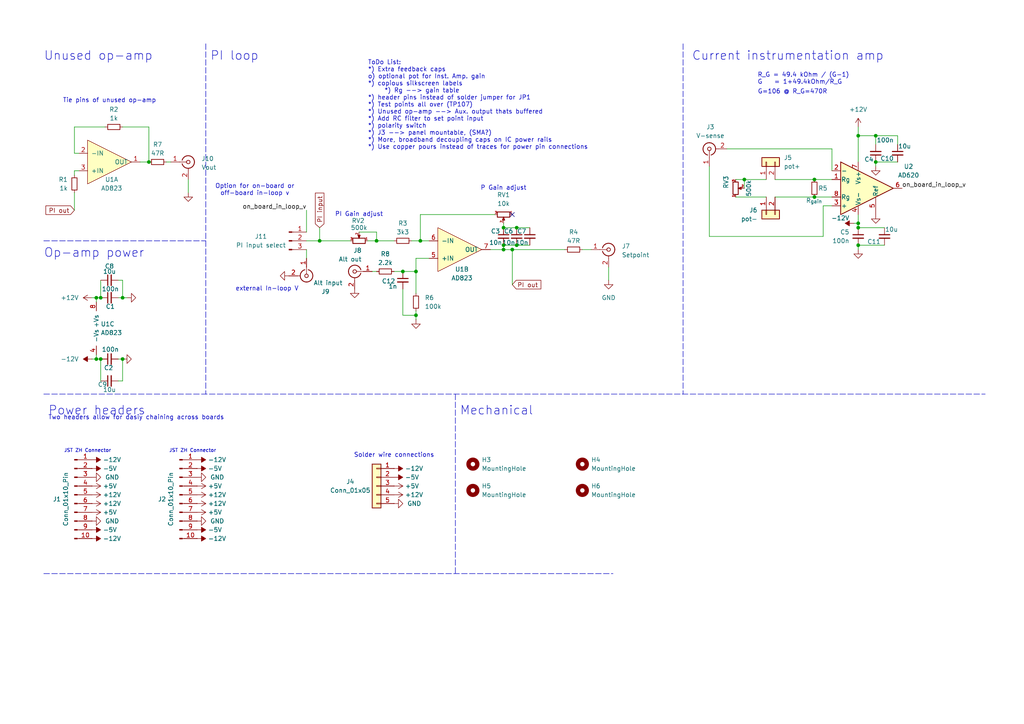
<source format=kicad_sch>
(kicad_sch (version 20231120) (generator "eeschema") (generator_version "8.0")
  (paper "A4")
  (title_block (title "???") (comment 2 "Compatible with Hammond Manufacturing series 1457"))
  (lib_symbols
    (symbol "Amplifier_Instrumentation:AD620" (pin_names (offset 0.127))
      (property "Reference" "U" (at 3.81 7.62 0))
      (property "Value" "AD620" (at 5.08 5.08 0))
      (symbol "AD620_0_1"
        (polyline (pts (xy -7.62 7.62) (xy -7.62 -7.62) (xy 7.62 0) (xy -7.62 7.62)) (stroke (width 0.254)) (fill (type background)))
      )
      (symbol "AD620_1_1"
        (pin passive line (at -10.16 2.54 0) (length 2.54) (name "Rg") (number "1"))
        (pin input line (at -10.16 5.08 0) (length 2.54) (name "-") (number "2"))
        (pin input line (at -10.16 -5.08 0) (length 2.54) (name "+") (number "3"))
        (pin power_in line (at -2.54 -7.62 90) (length 2.54) (name "Vs-") (number "4"))
        (pin passive line (at 2.54 -7.62 90) (length 5.08) (name "Ref") (number "5"))
        (pin output line (at 10.16 0 180) (length 2.54) (name "~") (number "6"))
        (pin power_in line (at -2.54 7.62 270) (length 2.54) (name "Vs+") (number "7"))
        (pin passive line (at -10.16 -2.54 0) (length 2.54) (name "Rg") (number "8"))
      )
    )
    (symbol "Connector:Conn_01x03_Pin" (pin_names (offset 1.016) hide)
      (property "Reference" "J" (at 0 5.08 0))
      (property "Value" "Conn_01x03_Pin" (at 0 -5.08 0))
      (symbol "Conn_01x03_Pin_1_1"
        (polyline (pts (xy 1.27 -2.54) (xy 0.8636 -2.54)) (stroke (width 0.1524)))
        (polyline (pts (xy 1.27 0) (xy 0.8636 0)) (stroke (width 0.1524)))
        (polyline (pts (xy 1.27 2.54) (xy 0.8636 2.54)) (stroke (width 0.1524)))
        (rectangle (start 0.8636 -2.413) (end 0 -2.667) (stroke (width 0.1524)) (fill (type outline)))
        (rectangle (start 0.8636 0.127) (end 0 -0.127) (stroke (width 0.1524)) (fill (type outline)))
        (rectangle (start 0.8636 2.667) (end 0 2.413) (stroke (width 0.1524)) (fill (type outline)))
        (pin passive line (at 5.08 2.54 180) (length 3.81) (name "Pin_1") (number "1"))
        (pin passive line (at 5.08 0 180) (length 3.81) (name "Pin_2") (number "2"))
        (pin passive line (at 5.08 -2.54 180) (length 3.81) (name "Pin_3") (number "3"))
      )
    )
    (symbol "Connector:Conn_01x10_Pin" (pin_names (offset 1.016) hide)
      (property "Reference" "J" (at 0 12.7 0))
      (property "Value" "Conn_01x10_Pin" (at 0 -15.24 0))
      (symbol "Conn_01x10_Pin_1_1"
        (polyline (pts (xy 1.27 -12.7) (xy 0.8636 -12.7)) (stroke (width 0.1524)))
        (polyline (pts (xy 1.27 -10.16) (xy 0.8636 -10.16)) (stroke (width 0.1524)))
        (polyline (pts (xy 1.27 -7.62) (xy 0.8636 -7.62)) (stroke (width 0.1524)))
        (polyline (pts (xy 1.27 -5.08) (xy 0.8636 -5.08)) (stroke (width 0.1524)))
        (polyline (pts (xy 1.27 -2.54) (xy 0.8636 -2.54)) (stroke (width 0.1524)))
        (polyline (pts (xy 1.27 0) (xy 0.8636 0)) (stroke (width 0.1524)))
        (polyline (pts (xy 1.27 2.54) (xy 0.8636 2.54)) (stroke (width 0.1524)))
        (polyline (pts (xy 1.27 5.08) (xy 0.8636 5.08)) (stroke (width 0.1524)))
        (polyline (pts (xy 1.27 7.62) (xy 0.8636 7.62)) (stroke (width 0.1524)))
        (polyline (pts (xy 1.27 10.16) (xy 0.8636 10.16)) (stroke (width 0.1524)))
        (rectangle (start 0.8636 -12.573) (end 0 -12.827) (stroke (width 0.1524)) (fill (type outline)))
        (rectangle (start 0.8636 -10.033) (end 0 -10.287) (stroke (width 0.1524)) (fill (type outline)))
        (rectangle (start 0.8636 -7.493) (end 0 -7.747) (stroke (width 0.1524)) (fill (type outline)))
        (rectangle (start 0.8636 -4.953) (end 0 -5.207) (stroke (width 0.1524)) (fill (type outline)))
        (rectangle (start 0.8636 -2.413) (end 0 -2.667) (stroke (width 0.1524)) (fill (type outline)))
        (rectangle (start 0.8636 0.127) (end 0 -0.127) (stroke (width 0.1524)) (fill (type outline)))
        (rectangle (start 0.8636 2.667) (end 0 2.413) (stroke (width 0.1524)) (fill (type outline)))
        (rectangle (start 0.8636 5.207) (end 0 4.953) (stroke (width 0.1524)) (fill (type outline)))
        (rectangle (start 0.8636 7.747) (end 0 7.493) (stroke (width 0.1524)) (fill (type outline)))
        (rectangle (start 0.8636 10.287) (end 0 10.033) (stroke (width 0.1524)) (fill (type outline)))
        (pin passive line (at 5.08 10.16 180) (length 3.81) (name "Pin_1") (number "1"))
        (pin passive line (at 5.08 -12.7 180) (length 3.81) (name "Pin_10") (number "10"))
        (pin passive line (at 5.08 7.62 180) (length 3.81) (name "Pin_2") (number "2"))
        (pin passive line (at 5.08 5.08 180) (length 3.81) (name "Pin_3") (number "3"))
        (pin passive line (at 5.08 2.54 180) (length 3.81) (name "Pin_4") (number "4"))
        (pin passive line (at 5.08 0 180) (length 3.81) (name "Pin_5") (number "5"))
        (pin passive line (at 5.08 -2.54 180) (length 3.81) (name "Pin_6") (number "6"))
        (pin passive line (at 5.08 -5.08 180) (length 3.81) (name "Pin_7") (number "7"))
        (pin passive line (at 5.08 -7.62 180) (length 3.81) (name "Pin_8") (number "8"))
        (pin passive line (at 5.08 -10.16 180) (length 3.81) (name "Pin_9") (number "9"))
      )
    )
    (symbol "Connector:Conn_Coaxial" (pin_names (offset 1.016) hide)
      (property "Reference" "J" (at 0.254 3.048 0))
      (property "Value" "Conn_Coaxial" (at 2.921 0 90))
      (symbol "Conn_Coaxial_0_1"
        (arc (start -1.778 -0.508) (mid 0.2311 -1.8066) (end 1.778 0) (stroke (width 0.254)))
        (polyline (pts (xy -2.54 0) (xy -0.508 0)))
        (polyline (pts (xy 0 -2.54) (xy 0 -1.778)))
        (circle (center 0 0) (radius 0.508) (stroke (width 0.2032)))
        (arc (start 1.778 0) (mid 0.2099 1.8101) (end -1.778 0.508) (stroke (width 0.254)))
      )
      (symbol "Conn_Coaxial_1_1"
        (pin passive line (at -5.08 0 0) (length 2.54) (name "In") (number "1"))
        (pin passive line (at 0 -5.08 90) (length 2.54) (name "Ext") (number "2"))
      )
    )
    (symbol "Connector_Generic:Conn_01x02" (pin_names (offset 1.016) hide)
      (property "Reference" "J" (at 0 2.54 0))
      (property "Value" "Conn_01x02" (at 0 -5.08 0))
      (symbol "Conn_01x02_1_1"
        (rectangle (start -1.27 -2.413) (end 0 -2.667) (stroke (width 0.1524)))
        (rectangle (start -1.27 0.127) (end 0 -0.127) (stroke (width 0.1524)))
        (rectangle (start -1.27 1.27) (end 1.27 -3.81) (stroke (width 0.254)) (fill (type background)))
        (pin passive line (at -5.08 0 0) (length 3.81) (name "Pin_1") (number "1"))
        (pin passive line (at -5.08 -2.54 0) (length 3.81) (name "Pin_2") (number "2"))
      )
    )
    (symbol "Connector_Generic:Conn_01x05" (pin_names (offset 1.016) hide)
      (property "Reference" "J" (at 0 7.62 0))
      (property "Value" "Conn_01x05" (at 0 -7.62 0))
      (symbol "Conn_01x05_1_1"
        (rectangle (start -1.27 -4.953) (end 0 -5.207) (stroke (width 0.1524)))
        (rectangle (start -1.27 -2.413) (end 0 -2.667) (stroke (width 0.1524)))
        (rectangle (start -1.27 0.127) (end 0 -0.127) (stroke (width 0.1524)))
        (rectangle (start -1.27 2.667) (end 0 2.413) (stroke (width 0.1524)))
        (rectangle (start -1.27 5.207) (end 0 4.953) (stroke (width 0.1524)))
        (rectangle (start -1.27 6.35) (end 1.27 -6.35) (stroke (width 0.254)) (fill (type background)))
        (pin passive line (at -5.08 5.08 0) (length 3.81) (name "Pin_1") (number "1"))
        (pin passive line (at -5.08 2.54 0) (length 3.81) (name "Pin_2") (number "2"))
        (pin passive line (at -5.08 0 0) (length 3.81) (name "Pin_3") (number "3"))
        (pin passive line (at -5.08 -2.54 0) (length 3.81) (name "Pin_4") (number "4"))
        (pin passive line (at -5.08 -5.08 0) (length 3.81) (name "Pin_5") (number "5"))
      )
    )
    (symbol "Device:C_Small" (pin_numbers hide) (pin_names (offset 0.254) hide)
      (property "Reference" "C" (at 0.254 1.778 0))
      (property "Value" "C_Small" (at 0.254 -2.032 0))
      (symbol "C_Small_0_1"
        (polyline (pts (xy -1.524 -0.508) (xy 1.524 -0.508)) (stroke (width 0.3302)))
        (polyline (pts (xy -1.524 0.508) (xy 1.524 0.508)) (stroke (width 0.3048)))
      )
      (symbol "C_Small_1_1"
        (pin passive line (at 0 2.54 270) (length 2.032) (name "~") (number "1"))
        (pin passive line (at 0 -2.54 90) (length 2.032) (name "~") (number "2"))
      )
    )
    (symbol "Device:R_Potentiometer_Small" (pin_names (offset 1.016) hide)
      (property "Reference" "RV" (at -4.445 0 90))
      (property "Value" "R_Potentiometer_Small" (at -2.54 0 90))
      (symbol "R_Potentiometer_Small_0_1"
        (polyline (pts (xy 0.889 0) (xy 0.635 0) (xy 1.651 0.381) (xy 1.651 -0.381) (xy 0.635 0) (xy 0.889 0)) (fill (type outline)))
        (rectangle (start 0.762 1.8034) (end -0.762 -1.8034) (stroke (width 0.254)))
      )
      (symbol "R_Potentiometer_Small_1_1"
        (pin passive line (at 0 2.54 270) (length 0.635) (name "1") (number "1"))
        (pin passive line (at 2.54 0 180) (length 0.9906) (name "2") (number "2"))
        (pin passive line (at 0 -2.54 90) (length 0.635) (name "3") (number "3"))
      )
    )
    (symbol "Device:R_Small" (pin_numbers hide) (pin_names (offset 0.254) hide)
      (property "Reference" "R" (at 0.762 0.508 0))
      (property "Value" "R_Small" (at 0.762 -1.016 0))
      (symbol "R_Small_0_1"
        (rectangle (start -0.762 1.778) (end 0.762 -1.778) (stroke (width 0.2032)))
      )
      (symbol "R_Small_1_1"
        (pin passive line (at 0 2.54 270) (length 0.762) (name "~") (number "1"))
        (pin passive line (at 0 -2.54 90) (length 0.762) (name "~") (number "2"))
      )
    )
    (symbol "Mechanical:MountingHole" (pin_names (offset 1.016)) (exclude_from_sim yes) (in_bom no)
      (property "Reference" "H" (at 0 5.08 0))
      (property "Value" "MountingHole" (at 0 3.175 0))
      (symbol "MountingHole_0_1"
        (circle (center 0 0) (radius 1.27) (stroke (width 1.27)))
      )
    )
    (symbol "matterwaves:AD823" (pin_names (offset 1.016))
      (property "Reference" "U" (at -5.08 1.27 0))
      (property "Value" "AD823" (at -5.08 -1.27 0))
      (symbol "AD823_1_1"
        (polyline (pts (xy 5.08 0) (xy -7.62 -6.35) (xy -7.62 6.35) (xy 5.08 0)) (fill (type background)))
        (pin passive line (at 7.62 0 180) (length 2.54) (name "OUT") (number "1"))
        (pin passive line (at -10.16 2.54 0) (length 2.54) (name "-IN") (number "2"))
        (pin passive line (at -10.16 -2.54 0) (length 2.54) (name "+IN") (number "3"))
      )
      (symbol "AD823_2_1"
        (polyline (pts (xy 5.08 0) (xy -7.62 -6.35) (xy -7.62 6.35) (xy 5.08 0)) (fill (type background)))
        (pin passive line (at -10.16 -2.54 0) (length 2.54) (name "+IN") (number "5"))
        (pin passive line (at -10.16 2.54 0) (length 2.54) (name "-IN") (number "6"))
        (pin passive line (at 7.62 0 180) (length 2.54) (name "OUT") (number "7"))
      )
      (symbol "AD823_3_1"
        (pin passive line (at 0 -7.62 90) (length 2.54) (name "-Vs") (number "4"))
        (pin passive line (at 0 7.62 270) (length 2.54) (name "+Vs") (number "8"))
      )
    )
    (symbol "power:+12V" (power) (pin_numbers hide) (pin_names (offset 0) hide)
      (property "Value" "+12V" (at 0 3.556 0))
      (symbol "+12V_0_1"
        (polyline (pts (xy -0.762 1.27) (xy 0 2.54)))
        (polyline (pts (xy 0 0) (xy 0 2.54)))
        (polyline (pts (xy 0 2.54) (xy 0.762 1.27)))
      )
      (symbol "+12V_1_1"
        (pin power_in line (at 0 0 90) (length 0) (name "~") (number "1"))
      )
    )
    (symbol "power:+5V" (power) (pin_numbers hide) (pin_names (offset 0) hide)
      (property "Value" "+5V" (at 0 3.556 0))
      (symbol "+5V_0_1"
        (polyline (pts (xy -0.762 1.27) (xy 0 2.54)))
        (polyline (pts (xy 0 0) (xy 0 2.54)))
        (polyline (pts (xy 0 2.54) (xy 0.762 1.27)))
      )
      (symbol "+5V_1_1"
        (pin power_in line (at 0 0 90) (length 0) (name "~") (number "1"))
      )
    )
    (symbol "power:-12V" (power) (pin_numbers hide) (pin_names (offset 0) hide)
      (property "Value" "-12V" (at 0 3.556 0))
      (symbol "-12V_0_0"
        (pin power_in line (at 0 0 90) (length 0) (name "~") (number "1"))
      )
      (symbol "-12V_0_1"
        (polyline (pts (xy 0 0) (xy 0 1.27) (xy 0.762 1.27) (xy 0 2.54) (xy -0.762 1.27) (xy 0 1.27)) (fill (type outline)))
      )
    )
    (symbol "power:-5V" (power) (pin_numbers hide) (pin_names (offset 0) hide)
      (property "Value" "-5V" (at 0 3.556 0))
      (symbol "-5V_0_0"
        (pin power_in line (at 0 0 90) (length 0) (name "~") (number "1"))
      )
      (symbol "-5V_0_1"
        (polyline (pts (xy 0 0) (xy 0 1.27) (xy 0.762 1.27) (xy 0 2.54) (xy -0.762 1.27) (xy 0 1.27)) (fill (type outline)))
      )
    )
    (symbol "power:GND" (power) (pin_numbers hide) (pin_names (offset 0) hide)
      (property "Value" "GND" (at 0 -3.81 0))
      (symbol "GND_0_1"
        (polyline (pts (xy 0 0) (xy 0 -1.27) (xy 1.27 -1.27) (xy 0 -2.54) (xy -1.27 -1.27) (xy 0 -1.27)))
      )
      (symbol "GND_1_1"
        (pin power_in line (at 0 0 270) (length 0) (name "~") (number "1"))
      )
    )
  )
  (junction (at 148.59 72.39))
  (junction (at 109.22 69.85))
  (junction (at 121.92 69.85))
  (junction (at 35.56 104.14))
  (junction (at 254 46.99))
  (junction (at 146.05 72.39))
  (junction (at 146.05 66.04))
  (junction (at 27.94 104.14))
  (junction (at 92.71 69.85))
  (junction (at 215.9 52.07))
  (junction (at 236.22 52.07))
  (junction (at 254 39.37))
  (junction (at 149.86 66.04))
  (junction (at 27.94 86.36))
  (junction (at 248.92 64.77))
  (junction (at 248.92 39.37))
  (junction (at 248.92 66.04))
  (junction (at 236.22 57.15))
  (junction (at 43.18 46.99))
  (junction (at 149.86 71.12))
  (junction (at 116.84 78.74))
  (junction (at 248.92 71.12))
  (junction (at 120.65 91.44))
  (junction (at 120.65 78.74))
  (junction (at 29.21 104.14))
  (junction (at 29.21 86.36))
  (junction (at 35.56 86.36))
  (junction (at 146.05 71.12))
  (no_connect (at 148.59 62.23))
  (wire (pts (xy 88.9 72.39) (xy 88.9 74.93)))
  (wire (pts (xy 210.82 43.18) (xy 241.3 43.18)))
  (wire (pts (xy 36.83 86.36) (xy 35.56 86.36)))
  (wire (pts (xy 236.22 52.07) (xy 241.3 52.07)))
  (wire (pts (xy 238.76 68.58) (xy 238.76 59.69)))
  (wire (pts (xy 254 41.91) (xy 254 39.37)))
  (polyline (pts (xy 59.69 12.7) (xy 59.69 114.3)) (stroke (width 0) (type dash)))
  (wire (pts (xy 248.92 72.39) (xy 248.92 71.12)))
  (polyline (pts (xy 12.7 166.37) (xy 177.8 166.37)) (stroke (width 0) (type dash)))
  (wire (pts (xy 30.48 36.83) (xy 21.59 36.83)))
  (wire (pts (xy 35.56 104.14) (xy 35.56 110.49)))
  (wire (pts (xy 176.53 77.47) (xy 176.53 81.28)))
  (wire (pts (xy 241.3 43.18) (xy 241.3 49.53)))
  (wire (pts (xy 248.92 36.83) (xy 248.92 39.37)))
  (wire (pts (xy 109.22 69.85) (xy 106.68 69.85)))
  (wire (pts (xy 116.84 91.44) (xy 120.65 91.44)))
  (wire (pts (xy 88.9 60.96) (xy 88.9 67.31)))
  (wire (pts (xy 43.18 36.83) (xy 43.18 46.99)))
  (polyline (pts (xy 12.7 69.85) (xy 59.69 69.85)) (stroke (width 0) (type dash)))
  (wire (pts (xy 21.59 36.83) (xy 21.59 44.45)))
  (wire (pts (xy 116.84 78.74) (xy 120.65 78.74)))
  (wire (pts (xy 146.05 71.12) (xy 146.05 72.39)))
  (wire (pts (xy 120.65 78.74) (xy 120.65 85.09)))
  (wire (pts (xy 142.24 72.39) (xy 146.05 72.39)))
  (wire (pts (xy 205.74 68.58) (xy 238.76 68.58)))
  (wire (pts (xy 254 39.37) (xy 248.92 39.37)))
  (wire (pts (xy 254 48.26) (xy 254 46.99)))
  (wire (pts (xy 92.71 66.04) (xy 92.71 69.85)))
  (wire (pts (xy 109.22 67.31) (xy 109.22 69.85)))
  (wire (pts (xy 34.29 81.28) (xy 35.56 81.28)))
  (wire (pts (xy 248.92 62.23) (xy 248.92 64.77)))
  (wire (pts (xy 120.65 91.44) (xy 120.65 92.71)))
  (wire (pts (xy 27.94 104.14) (xy 26.67 104.14)))
  (wire (pts (xy 121.92 69.85) (xy 121.92 62.23)))
  (wire (pts (xy 236.22 57.15) (xy 241.3 57.15)))
  (wire (pts (xy 114.3 78.74) (xy 116.84 78.74)))
  (wire (pts (xy 213.36 52.07) (xy 215.9 52.07)))
  (wire (pts (xy 248.92 66.04) (xy 256.54 66.04)))
  (wire (pts (xy 120.65 74.93) (xy 124.46 74.93)))
  (wire (pts (xy 121.92 62.23) (xy 143.51 62.23)))
  (wire (pts (xy 35.56 36.83) (xy 43.18 36.83)))
  (wire (pts (xy 27.94 86.36) (xy 29.21 86.36)))
  (wire (pts (xy 149.86 66.04) (xy 153.67 66.04)))
  (polyline (pts (xy 132.08 114.3) (xy 132.08 166.37)) (stroke (width 0) (type dash)))
  (polyline (pts (xy 12.7 114.3) (xy 285.75 114.3)) (stroke (width 0) (type dash)))
  (wire (pts (xy 48.26 46.99) (xy 49.53 46.99)))
  (wire (pts (xy 29.21 104.14) (xy 29.21 110.49)))
  (wire (pts (xy 224.79 57.15) (xy 236.22 57.15)))
  (wire (pts (xy 248.92 39.37) (xy 248.92 46.99)))
  (wire (pts (xy 35.56 104.14) (xy 34.29 104.14)))
  (wire (pts (xy 254 46.99) (xy 260.35 46.99)))
  (wire (pts (xy 119.38 69.85) (xy 121.92 69.85)))
  (wire (pts (xy 146.05 71.12) (xy 149.86 71.12)))
  (wire (pts (xy 215.9 52.07) (xy 215.9 54.61)))
  (wire (pts (xy 260.35 39.37) (xy 254 39.37)))
  (wire (pts (xy 146.05 64.77) (xy 146.05 66.04)))
  (wire (pts (xy 120.65 90.17) (xy 120.65 91.44)))
  (wire (pts (xy 260.35 41.91) (xy 260.35 39.37)))
  (wire (pts (xy 92.71 69.85) (xy 101.6 69.85)))
  (wire (pts (xy 21.59 44.45) (xy 22.86 44.45)))
  (wire (pts (xy 27.94 104.14) (xy 29.21 104.14)))
  (wire (pts (xy 27.94 86.36) (xy 27.94 87.63)))
  (wire (pts (xy 248.92 64.77) (xy 247.65 64.77)))
  (wire (pts (xy 168.91 72.39) (xy 171.45 72.39)))
  (wire (pts (xy 88.9 69.85) (xy 92.71 69.85)))
  (wire (pts (xy 213.36 57.15) (xy 222.25 57.15)))
  (wire (pts (xy 248.92 64.77) (xy 248.92 66.04)))
  (wire (pts (xy 238.76 59.69) (xy 241.3 59.69)))
  (wire (pts (xy 109.22 69.85) (xy 114.3 69.85)))
  (wire (pts (xy 120.65 74.93) (xy 120.65 78.74)))
  (wire (pts (xy 43.18 46.99) (xy 40.64 46.99)))
  (wire (pts (xy 116.84 83.82) (xy 116.84 91.44)))
  (wire (pts (xy 215.9 52.07) (xy 222.25 52.07)))
  (wire (pts (xy 146.05 66.04) (xy 149.86 66.04)))
  (wire (pts (xy 27.94 102.87) (xy 27.94 104.14)))
  (wire (pts (xy 149.86 71.12) (xy 153.67 71.12)))
  (wire (pts (xy 35.56 81.28) (xy 35.56 86.36)))
  (wire (pts (xy 248.92 71.12) (xy 256.54 71.12)))
  (wire (pts (xy 35.56 110.49) (xy 34.29 110.49)))
  (wire (pts (xy 148.59 72.39) (xy 148.59 82.55)))
  (wire (pts (xy 21.59 55.88) (xy 21.59 60.96)))
  (wire (pts (xy 148.59 72.39) (xy 163.83 72.39)))
  (wire (pts (xy 104.14 67.31) (xy 109.22 67.31)))
  (wire (pts (xy 205.74 48.26) (xy 205.74 68.58)))
  (wire (pts (xy 121.92 69.85) (xy 124.46 69.85)))
  (wire (pts (xy 54.61 52.07) (xy 54.61 55.88)))
  (wire (pts (xy 107.95 78.74) (xy 109.22 78.74)))
  (wire (pts (xy 22.86 49.53) (xy 21.59 49.53)))
  (wire (pts (xy 26.67 86.36) (xy 27.94 86.36)))
  (wire (pts (xy 21.59 49.53) (xy 21.59 50.8)))
  (wire (pts (xy 29.21 81.28) (xy 29.21 86.36)))
  (polyline (pts (xy 198.12 12.7) (xy 198.12 114.3)) (stroke (width 0) (type dash)))
  (wire (pts (xy 224.79 52.07) (xy 236.22 52.07)))
  (wire (pts (xy 146.05 72.39) (xy 148.59 72.39)))
  (wire (pts (xy 35.56 86.36) (xy 34.29 86.36)))
  (text "Solder wire connections" (at 114.3 132.08 0) (effects (font (size 1.27 1.27))))
  (text "Current instrumentation amp" (at 200.66 17.78 0) (effects (font (size 2.54 2.54)) (justify left bottom)))
  (text "ToDo List:\n*) Extra feedback caps\no) optional pot for Inst. Amp. gain\n*) copious silkscreen labels\n	*) Rg --> gain table\n*) header pins instead of solder jumper for JP1\n*) Test points all over (TP107)\n*) Unused op-amp --> Aux. output thats buffered\n*) Add RC filter to set point input\n*) polarity switch\n*) J3 --> panel mountable, (SMA?)\n*) More, broadband decoupling caps on IC power rails\n*) Use copper pours instead of traces for power pin connections" (at 106.68 30.48 0) (effects (font (size 1.27 1.27)) (justify left)))
  (text "G=106 @ R_G=470R" (at 229.87 26.67 0) (effects (font (size 1.27 1.27))))
  (text "PI Gain adjust" (at 104.14 62.23 0) (effects (font (size 1.27 1.27))))
  (text "Tie pins of unused op-amp" (at 31.75 29.21 0) (effects (font (size 1.27 1.27))))
  (text "Option for on-board or\noff-board in-loop v" (at 73.914 55.118 0) (effects (font (size 1.27 1.27))))
  (text "Mechanical" (at 133.35 120.65 0) (effects (font (size 2.54 2.54)) (justify left bottom)))
  (text "JST ZH Connector" (at 55.88 130.81 0) (effects (font (size 1 1))))
  (text "external In-loop V" (at 77.47 83.82 0) (effects (font (size 1.27 1.27))))
  (text "Power headers" (at 13.97 120.65 0) (effects (font (size 2.54 2.54)) (justify left bottom)))
  (text "P Gain adjust" (at 146.05 54.61 0) (effects (font (size 1.27 1.27))))
  (text "Two headers allow for dasiy chaining across boards" (at 13.97 121.92 0) (effects (font (size 1.27 1.27)) (justify left bottom)))
  (text "PI loop" (at 60.96 17.78 0) (effects (font (size 2.54 2.54)) (justify left bottom)))
  (text "Op-amp power" (at 12.7 74.93 0) (effects (font (size 2.54 2.54)) (justify left bottom)))
  (text "JST ZH Connector" (at 25.4 130.81 0) (effects (font (size 1 1))))
  (text "R_G = 49.4 kOhm / (G-1)\nG 	= 1+49.4kOhm/R_G" (at 219.71 22.86 0) (effects (font (size 1.27 1.27)) (justify left)))
  (text "Unused op-amp" (at 12.7 17.78 0) (effects (font (size 2.54 2.54)) (justify left bottom)))
  (label "on_board_in_loop_v" (at 261.62 54.61 0))
  (label "on_board_in_loop_v" (at 88.9 60.96 180))
  (global_label "PI input" (shape input) (at 92.71 66.04 90) (property "Intersheetrefs" "${INTERSHEET_REFS}" (effects (hide yes))))
  (global_label "PI out" (shape input) (at 148.59 82.55 0) (property "Intersheetrefs" "${INTERSHEET_REFS}" (effects (hide yes))))
  (global_label "PI out" (shape input) (at 21.59 60.96 180) (property "Intersheetrefs" "${INTERSHEET_REFS}" (effects (hide yes))))
  (symbol (lib_id "power:-12V") (at 247.65 64.77 90) (unit 1)
    (property "Reference" "#PWR034" (effects (hide yes)))
    (property "Value" "-12V" (at 246.38 63.246 90) (effects (justify left)))
    (property "Description" "Power symbol creates a global label with name \"-12V\"" (effects (hide yes)))
  )
  (symbol (lib_id "power:-12V") (at 114.3 135.89 270) (unit 1)
    (property "Reference" "#PWR023" (effects (hide yes)))
    (property "Value" "-12V" (at 117.475 135.89 90) (effects (justify left)))
    (property "Description" "Power symbol creates a global label with name \"-12V\"" (effects (hide yes)))
  )
  (symbol (lib_id "Mechanical:MountingHole") (at 137.16 134.62 0) (unit 1) (exclude_from_sim yes) (in_bom no)
    (property "Reference" "H3" (at 139.7 133.3499 0) (effects (justify left)))
    (property "Value" "MountingHole" (at 139.7 135.8899 0) (effects (justify left)))
    (property "Footprint" "MountingHole:MountingHole_3.2mm_M3" (effects (hide yes)))
    (property "Description" "Mounting Hole without connection" (effects (hide yes)))
  )
  (symbol (lib_id "power:GND") (at 35.56 104.14 90) (unit 1)
    (property "Reference" "#PWR029" (effects (hide yes)))
    (property "Value" "GND" (effects (hide yes)))
    (property "Description" "Power symbol creates a global label with name \"GND\" , ground" (effects (hide yes)))
  )
  (symbol (lib_id "power:-12V") (at 57.15 156.21 270) (unit 1)
    (property "Reference" "#PWR020" (effects (hide yes)))
    (property "Value" "-12V" (at 60.325 156.21 90) (effects (justify left)))
    (property "Description" "Power symbol creates a global label with name \"-12V\"" (effects (hide yes)))
  )
  (symbol (lib_id "power:GND") (at 114.3 146.05 90) (unit 1)
    (property "Reference" "#PWR027" (effects (hide yes)))
    (property "Value" "GND" (at 118.11 146.05 90) (effects (justify right)))
    (property "Description" "Power symbol creates a global label with name \"GND\" , ground" (effects (hide yes)))
  )
  (symbol (lib_id "power:+12V") (at 26.67 86.36 90) (unit 1)
    (property "Reference" "#PWR022" (effects (hide yes)))
    (property "Value" "+12V" (at 22.86 86.3599 90) (effects (justify left)))
    (property "Description" "Power symbol creates a global label with name \"+12V\"" (effects (hide yes)))
  )
  (symbol (lib_id "power:+12V") (at 26.67 146.05 270) (unit 1)
    (property "Reference" "#PWR06" (effects (hide yes)))
    (property "Value" "+12V" (at 29.845 146.05 90) (effects (justify left)))
    (property "Description" "Power symbol creates a global label with name \"+12V\"" (effects (hide yes)))
  )
  (symbol (lib_id "power:GND") (at 57.15 151.13 90) (unit 1)
    (property "Reference" "#PWR018" (effects (hide yes)))
    (property "Value" "GND" (at 60.96 151.13 90) (effects (justify right)))
    (property "Description" "Power symbol creates a global label with name \"GND\" , ground" (effects (hide yes)))
  )
  (symbol (lib_id "Device:C_Small") (at 248.92 68.58 0) (unit 1)
    (property "Reference" "C5" (at 246.38 67.3162 0) (effects (justify right)))
    (property "Value" "100n" (at 246.38 69.8562 0) (effects (justify right)))
    (property "Footprint" "Capacitor_THT:C_Disc_D4.3mm_W1.9mm_P5.00mm" (effects (hide yes)))
    (property "Description" "Unpolarized capacitor, small symbol" (effects (hide yes)))
  )
  (symbol (lib_id "power:+5V") (at 26.67 140.97 270) (unit 1)
    (property "Reference" "#PWR04" (effects (hide yes)))
    (property "Value" "+5V" (at 29.845 140.97 90) (effects (justify left)))
    (property "Description" "Power symbol creates a global label with name \"+5V\"" (effects (hide yes)))
  )
  (symbol (lib_id "Amplifier_Instrumentation:AD620") (at 251.46 54.61 0) (unit 1)
    (property "Reference" "U2" (at 263.525 48.2914 0))
    (property "Value" "AD620" (at 263.525 50.8314 0))
    (property "Footprint" "Package_DIP:DIP-8_W7.62mm_Socket_LongPads" (effects (hide yes)))
    (property "Datasheet" "https://www.analog.com/media/en/technical-documentation/data-sheets/AD620.pdf" (effects (hide yes)))
    (property "Description" "Low Cost, Low Power, Instrumentation Amplifier, DIP-8/SOIC-8" (effects (hide yes)))
  )
  (symbol (lib_id "matterwaves:AD823") (at 134.62 72.39 0) (unit 2)
    (property "Reference" "U1" (at 133.985 78.105 0))
    (property "Value" "AD823" (at 133.985 80.645 0))
    (property "Footprint" "Package_DIP:DIP-8_W7.62mm_Socket_LongPads" (effects (hide yes)))
  )
  (symbol (lib_id "power:+12V") (at 57.15 143.51 270) (unit 1)
    (property "Reference" "#PWR015" (effects (hide yes)))
    (property "Value" "+12V" (at 60.325 143.51 90) (effects (justify left)))
    (property "Description" "Power symbol creates a global label with name \"+12V\"" (effects (hide yes)))
  )
  (symbol (lib_id "Device:C_Small") (at 31.75 81.28 90) (unit 1)
    (property "Reference" "C8" (at 31.75 77.216 90))
    (property "Value" "10u" (at 31.75 78.74 90))
    (property "Footprint" "Capacitor_THT:C_Disc_D4.3mm_W1.9mm_P5.00mm" (effects (hide yes)))
    (property "Description" "Unpolarized capacitor, small symbol" (effects (hide yes)))
  )
  (symbol (lib_id "Connector:Conn_Coaxial") (at 102.87 78.74 0) (mirror y) (unit 1)
    (property "Reference" "J8" (at 104.902 72.644 0) (effects (justify left)))
    (property "Value" "Alt out" (at 104.902 75.184 0) (effects (justify left)))
    (property "Footprint" "Connector_Coaxial:SMA_Amphenol_132289_EdgeMount" (effects (hide yes)))
    (property "Description" "coaxial connector (BNC, SMA, SMB, SMC, Cinch/RCA, LEMO, ...)" (effects (hide yes)))
    (property "Digikey PN" "ACX1426-ND" (effects (hide yes)))
  )
  (symbol (lib_id "Connector:Conn_Coaxial") (at 54.61 46.99 0) (unit 1)
    (property "Reference" "J10" (at 58.42 46.0131 0) (effects (justify left)))
    (property "Value" "Vout" (at 58.42 48.5531 0) (effects (justify left)))
    (property "Footprint" "Connector_Coaxial:SMA_Amphenol_132289_EdgeMount" (effects (hide yes)))
    (property "Description" "coaxial connector (BNC, SMA, SMB, SMC, Cinch/RCA, LEMO, ...)" (effects (hide yes)))
    (property "Digikey PN" "ACX1426-ND" (effects (hide yes)))
  )
  (symbol (lib_id "Connector:Conn_Coaxial") (at 176.53 72.39 0) (unit 1)
    (property "Reference" "J7" (at 180.34 71.4131 0) (effects (justify left)))
    (property "Value" "Setpoint" (at 180.34 73.9531 0) (effects (justify left)))
    (property "Footprint" "Connector_Coaxial:SMA_Amphenol_132289_EdgeMount" (effects (hide yes)))
    (property "Description" "coaxial connector (BNC, SMA, SMB, SMC, Cinch/RCA, LEMO, ...)" (effects (hide yes)))
    (property "Digikey PN" "ACX1426-ND" (effects (hide yes)))
  )
  (symbol (lib_id "power:GND") (at 26.67 138.43 90) (unit 1)
    (property "Reference" "#PWR03" (effects (hide yes)))
    (property "Value" "GND" (at 30.48 138.43 90) (effects (justify right)))
    (property "Description" "Power symbol creates a global label with name \"GND\" , ground" (effects (hide yes)))
  )
  (symbol (lib_id "Device:C_Small") (at 116.84 81.28 0) (unit 1)
    (property "Reference" "C12" (at 110.744 81.534 0) (effects (justify left)))
    (property "Value" "1n" (at 112.649 83.058 0) (effects (justify left)))
    (property "Footprint" "Capacitor_THT:C_Disc_D4.3mm_W1.9mm_P5.00mm" (effects (hide yes)))
    (property "Description" "Unpolarized capacitor, small symbol" (effects (hide yes)))
  )
  (symbol (lib_id "power:GND") (at 254 48.26 0) (unit 1)
    (property "Reference" "#PWR036" (effects (hide yes)))
    (property "Value" "GND" (effects (hide yes)))
    (property "Description" "Power symbol creates a global label with name \"GND\" , ground" (effects (hide yes)))
  )
  (symbol (lib_id "Device:C_Small") (at 260.35 44.45 0) (unit 1)
    (property "Reference" "C10" (at 257.302 45.974 0))
    (property "Value" "10u" (at 262.382 42.418 0))
    (property "Footprint" "Capacitor_THT:C_Disc_D4.3mm_W1.9mm_P5.00mm" (effects (hide yes)))
    (property "Description" "Unpolarized capacitor, small symbol" (effects (hide yes)))
  )
  (symbol (lib_id "Connector:Conn_01x10_Pin") (at 21.59 143.51 0) (unit 1)
    (property "Reference" "J1" (at 16.51 144.78 0))
    (property "Value" "Conn_01x10_Pin" (at 19.05 144.78 90))
    (property "Footprint" "Connector_JST:JST_ZH_B10B-ZR_1x10_P1.50mm_Vertical" (effects (hide yes)))
    (property "Description" "Generic connector, single row, 01x10, script generated" (effects (hide yes)))
    (property "Digikey PN" "455-S10B-ZR-ND" (effects (hide yes)))
  )
  (symbol (lib_id "Connector_Generic:Conn_01x05") (at 109.22 140.97 0) (mirror y) (unit 1)
    (property "Reference" "J4" (at 101.6 139.7 0))
    (property "Value" "Conn_01x05" (at 101.6 142.24 0))
    (property "Footprint" "Connector_Wire:SolderWire-0.75sqmm_1x05_P4.8mm_D1.25mm_OD2.3mm" (effects (hide yes)))
    (property "Description" "Generic connector, single row, 01x05, script generated (kicad-library-utils/schlib/autogen/connector/)" (effects (hide yes)))
  )
  (symbol (lib_id "power:+12V") (at 248.92 36.83 0) (unit 1)
    (property "Reference" "#PWR033" (effects (hide yes)))
    (property "Value" "+12V" (at 248.92 31.75 0))
    (property "Description" "Power symbol creates a global label with name \"+12V\"" (effects (hide yes)))
  )
  (symbol (lib_id "power:+5V") (at 57.15 140.97 270) (unit 1)
    (property "Reference" "#PWR014" (effects (hide yes)))
    (property "Value" "+5V" (at 60.325 140.97 90) (effects (justify left)))
    (property "Description" "Power symbol creates a global label with name \"+5V\"" (effects (hide yes)))
  )
  (symbol (lib_id "Device:R_Potentiometer_Small") (at 146.05 62.23 270) (unit 1)
    (property "Reference" "RV1" (at 146.05 56.515 90))
    (property "Value" "10k" (at 146.05 59.055 90))
    (property "Footprint" "Potentiometer_THT:Potentiometer_Bourns_3296W_Vertical" (effects (hide yes)))
    (property "Description" "Potentiometer" (effects (hide yes)))
  )
  (symbol (lib_id "Connector:Conn_01x03_Pin") (at 83.82 69.85 0) (unit 1)
    (property "Reference" "J11" (at 75.692 68.58 0))
    (property "Value" "PI input select" (at 75.692 71.12 0))
    (property "Footprint" "Connector_PinHeader_2.54mm:PinHeader_1x03_P2.54mm_Vertical" (effects (hide yes)))
    (property "Description" "Generic connector, single row, 01x03, script generated" (effects (hide yes)))
  )
  (symbol (lib_id "Device:R_Small") (at 33.02 36.83 270) (mirror x) (unit 1)
    (property "Reference" "R2" (at 33.02 31.75 90))
    (property "Value" "1k" (at 33.02 34.29 90))
    (property "Footprint" "Resistor_THT:R_Axial_DIN0207_L6.3mm_D2.5mm_P10.16mm_Horizontal" (effects (hide yes)))
    (property "Description" "Resistor, small symbol" (effects (hide yes)))
  )
  (symbol (lib_id "power:+5V") (at 26.67 148.59 270) (unit 1)
    (property "Reference" "#PWR07" (effects (hide yes)))
    (property "Value" "+5V" (at 29.845 148.59 90) (effects (justify left)))
    (property "Description" "Power symbol creates a global label with name \"+5V\"" (effects (hide yes)))
  )
  (symbol (lib_id "Device:C_Small") (at 31.75 86.36 90) (unit 1)
    (property "Reference" "C1" (at 32.004 88.9 90))
    (property "Value" "100n" (at 32.004 83.82 90))
    (property "Footprint" "Capacitor_THT:C_Disc_D4.3mm_W1.9mm_P5.00mm" (effects (hide yes)))
    (property "Description" "Unpolarized capacitor, small symbol" (effects (hide yes)))
  )
  (symbol (lib_id "power:GND") (at 120.65 92.71 0) (unit 1)
    (property "Reference" "#PWR030" (effects (hide yes)))
    (property "Value" "GND" (effects (hide yes)))
    (property "Description" "Power symbol creates a global label with name \"GND\" , ground" (effects (hide yes)))
  )
  (symbol (lib_id "Device:C_Small") (at 146.05 68.58 0) (unit 1)
    (property "Reference" "C3" (at 142.367 67.056 0) (effects (justify left)))
    (property "Value" "10n" (at 141.859 70.358 0) (effects (justify left)))
    (property "Footprint" "Capacitor_THT:C_Disc_D4.3mm_W1.9mm_P5.00mm" (effects (hide yes)))
    (property "Description" "Unpolarized capacitor, small symbol" (effects (hide yes)))
  )
  (symbol (lib_id "power:-5V") (at 26.67 153.67 270) (unit 1)
    (property "Reference" "#PWR09" (effects (hide yes)))
    (property "Value" "-5V" (at 29.845 153.67 90) (effects (justify left)))
    (property "Description" "Power symbol creates a global label with name \"-5V\"" (effects (hide yes)))
  )
  (symbol (lib_id "Device:R_Potentiometer_Small") (at 104.14 69.85 270) (mirror x) (unit 1)
    (property "Reference" "RV2" (at 103.886 64.008 90))
    (property "Value" "500k" (at 104.14 66.04 90))
    (property "Footprint" "Potentiometer_THT:Potentiometer_Bourns_3296W_Vertical" (effects (hide yes)))
    (property "Description" "Potentiometer" (effects (hide yes)))
  )
  (symbol (lib_id "power:GND") (at 57.15 138.43 90) (unit 1)
    (property "Reference" "#PWR013" (effects (hide yes)))
    (property "Value" "GND" (at 60.96 138.43 90) (effects (justify right)))
    (property "Description" "Power symbol creates a global label with name \"GND\" , ground" (effects (hide yes)))
  )
  (symbol (lib_id "power:GND") (at 176.53 81.28 0) (unit 1)
    (property "Reference" "#PWR032" (effects (hide yes)))
    (property "Value" "GND" (at 176.53 86.36 0))
    (property "Description" "Power symbol creates a global label with name \"GND\" , ground" (effects (hide yes)))
  )
  (symbol (lib_id "power:GND") (at 26.67 151.13 90) (unit 1)
    (property "Reference" "#PWR08" (effects (hide yes)))
    (property "Value" "GND" (at 30.48 151.13 90) (effects (justify right)))
    (property "Description" "Power symbol creates a global label with name \"GND\" , ground" (effects (hide yes)))
  )
  (symbol (lib_id "power:GND") (at 83.82 80.01 270) (unit 1)
    (property "Reference" "#PWR037" (effects (hide yes)))
    (property "Value" "GND" (effects (hide yes)))
    (property "Description" "Power symbol creates a global label with name \"GND\" , ground" (effects (hide yes)))
  )
  (symbol (lib_id "Device:R_Small") (at 166.37 72.39 90) (unit 1)
    (property "Reference" "R4" (at 166.37 67.31 90))
    (property "Value" "47R" (at 166.37 69.85 90))
    (property "Footprint" "Resistor_THT:R_Axial_DIN0207_L6.3mm_D2.5mm_P10.16mm_Horizontal" (effects (hide yes)))
    (property "Description" "Resistor, small symbol" (effects (hide yes)))
  )
  (symbol (lib_id "Device:C_Small") (at 256.54 68.58 0) (unit 1)
    (property "Reference" "C11" (at 253.492 70.104 0))
    (property "Value" "10u" (at 258.572 66.548 0))
    (property "Footprint" "Capacitor_THT:C_Disc_D4.3mm_W1.9mm_P5.00mm" (effects (hide yes)))
    (property "Description" "Unpolarized capacitor, small symbol" (effects (hide yes)))
  )
  (symbol (lib_id "matterwaves:AD823") (at 27.94 95.25 0) (unit 3)
    (property "Reference" "U1" (at 29.21 93.9799 0) (effects (justify left)))
    (property "Value" "AD823" (at 29.21 96.5199 0) (effects (justify left)))
    (property "Footprint" "Package_DIP:DIP-8_W7.62mm_Socket_LongPads" (effects (hide yes)))
  )
  (symbol (lib_id "power:+12V") (at 57.15 146.05 270) (unit 1)
    (property "Reference" "#PWR016" (effects (hide yes)))
    (property "Value" "+12V" (at 60.325 146.05 90) (effects (justify left)))
    (property "Description" "Power symbol creates a global label with name \"+12V\"" (effects (hide yes)))
  )
  (symbol (lib_id "power:-5V") (at 57.15 153.67 270) (unit 1)
    (property "Reference" "#PWR019" (effects (hide yes)))
    (property "Value" "-5V" (at 60.325 153.67 90) (effects (justify left)))
    (property "Description" "Power symbol creates a global label with name \"-5V\"" (effects (hide yes)))
  )
  (symbol (lib_id "Device:C_Small") (at 31.75 104.14 90) (mirror x) (unit 1)
    (property "Reference" "C2" (at 31.496 106.68 90))
    (property "Value" "100n" (at 32.004 101.346 90))
    (property "Footprint" "Capacitor_THT:C_Disc_D4.3mm_W1.9mm_P5.00mm" (effects (hide yes)))
    (property "Description" "Unpolarized capacitor, small symbol" (effects (hide yes)))
  )
  (symbol (lib_id "power:GND") (at 102.87 83.82 0) (unit 1)
    (property "Reference" "#PWR031" (effects (hide yes)))
    (property "Value" "GND" (effects (hide yes)))
    (property "Description" "Power symbol creates a global label with name \"GND\" , ground" (effects (hide yes)))
  )
  (symbol (lib_id "power:-12V") (at 26.67 104.14 90) (unit 1)
    (property "Reference" "#PWR021" (effects (hide yes)))
    (property "Value" "-12V" (at 22.86 104.1399 90) (effects (justify left)))
    (property "Description" "Power symbol creates a global label with name \"-12V\"" (effects (hide yes)))
  )
  (symbol (lib_id "power:GND") (at 248.92 72.39 0) (unit 1)
    (property "Reference" "#PWR035" (effects (hide yes)))
    (property "Value" "GND" (effects (hide yes)))
    (property "Description" "Power symbol creates a global label with name \"GND\" , ground" (effects (hide yes)))
  )
  (symbol (lib_id "Device:R_Small") (at 236.22 54.61 0) (unit 1)
    (property "Reference" "R5" (at 240.03 54.61 0) (effects (justify right)))
    (property "Value" "R_{gain}" (at 238.506 58.166 0) (effects (justify right)))
    (property "Footprint" "Resistor_THT:R_Axial_DIN0207_L6.3mm_D2.5mm_P10.16mm_Horizontal" (effects (hide yes)))
    (property "Description" "Resistor, small symbol" (effects (hide yes)))
  )
  (symbol (lib_id "Device:C_Small") (at 31.75 110.49 90) (unit 1)
    (property "Reference" "C9" (at 29.718 111.506 90))
    (property "Value" "10u" (at 31.75 113.03 90))
    (property "Footprint" "Capacitor_THT:C_Disc_D4.3mm_W1.9mm_P5.00mm" (effects (hide yes)))
    (property "Description" "Unpolarized capacitor, small symbol" (effects (hide yes)))
  )
  (symbol (lib_id "power:GND") (at 54.61 55.88 0) (unit 1)
    (property "Reference" "#PWR039" (effects (hide yes)))
    (property "Value" "GND" (effects (hide yes)))
    (property "Description" "Power symbol creates a global label with name \"GND\" , ground" (effects (hide yes)))
  )
  (symbol (lib_id "Mechanical:MountingHole") (at 137.16 142.24 0) (unit 1) (exclude_from_sim yes) (in_bom no)
    (property "Reference" "H5" (at 139.7 140.9699 0) (effects (justify left)))
    (property "Value" "MountingHole" (at 139.7 143.5099 0) (effects (justify left)))
    (property "Footprint" "MountingHole:MountingHole_3.2mm_M3" (effects (hide yes)))
    (property "Description" "Mounting Hole without connection" (effects (hide yes)))
  )
  (symbol (lib_id "Device:R_Small") (at 116.84 69.85 90) (unit 1)
    (property "Reference" "R3" (at 116.84 64.77 90))
    (property "Value" "3k3" (at 116.84 67.31 90))
    (property "Footprint" "Resistor_THT:R_Axial_DIN0207_L6.3mm_D2.5mm_P10.16mm_Horizontal" (effects (hide yes)))
    (property "Description" "Resistor, small symbol" (effects (hide yes)))
  )
  (symbol (lib_id "Mechanical:MountingHole") (at 168.91 142.24 0) (unit 1) (exclude_from_sim yes) (in_bom no)
    (property "Reference" "H6" (at 171.45 140.9699 0) (effects (justify left)))
    (property "Value" "MountingHole" (at 171.45 143.5099 0) (effects (justify left)))
    (property "Footprint" "MountingHole:MountingHole_3.2mm_M3" (effects (hide yes)))
    (property "Description" "Mounting Hole without connection" (effects (hide yes)))
  )
  (symbol (lib_id "matterwaves:AD823") (at 33.02 46.99 0) (unit 1)
    (property "Reference" "U1" (at 32.385 52.07 0))
    (property "Value" "AD823" (at 32.385 54.61 0))
    (property "Footprint" "Package_DIP:DIP-8_W7.62mm_Socket_LongPads" (effects (hide yes)))
  )
  (symbol (lib_id "Device:C_Small") (at 254 44.45 180) (unit 1)
    (property "Reference" "C4" (at 250.698 46.228 0) (effects (justify right)))
    (property "Value" "100n" (at 254.254 40.64 0) (effects (justify right)))
    (property "Footprint" "Capacitor_THT:C_Disc_D4.3mm_W1.9mm_P5.00mm" (effects (hide yes)))
    (property "Description" "Unpolarized capacitor, small symbol" (effects (hide yes)))
  )
  (symbol (lib_id "power:-12V") (at 57.15 133.35 270) (unit 1)
    (property "Reference" "#PWR011" (effects (hide yes)))
    (property "Value" "-12V" (at 60.325 133.35 90) (effects (justify left)))
    (property "Description" "Power symbol creates a global label with name \"-12V\"" (effects (hide yes)))
  )
  (symbol (lib_id "Device:C_Small") (at 149.86 68.58 0) (unit 1)
    (property "Reference" "C6" (at 146.177 67.056 0) (effects (justify left)))
    (property "Value" "10n" (at 145.669 70.358 0) (effects (justify left)))
    (property "Footprint" "Capacitor_THT:C_Disc_D4.3mm_W1.9mm_P5.00mm" (effects (hide yes)))
    (property "Description" "Unpolarized capacitor, small symbol" (effects (hide yes)))
  )
  (symbol (lib_id "Device:R_Potentiometer_Small") (at 213.36 54.61 0) (mirror x) (unit 1)
    (property "Reference" "RV3" (at 210.566 52.832 90))
    (property "Value" "500k" (at 217.17 54.61 90))
    (property "Footprint" "Potentiometer_THT:Potentiometer_Bourns_3296W_Vertical" (effects (hide yes)))
    (property "Description" "Potentiometer" (effects (hide yes)))
  )
  (symbol (lib_id "power:+12V") (at 26.67 143.51 270) (unit 1)
    (property "Reference" "#PWR05" (effects (hide yes)))
    (property "Value" "+12V" (at 29.845 143.51 90) (effects (justify left)))
    (property "Description" "Power symbol creates a global label with name \"+12V\"" (effects (hide yes)))
  )
  (symbol (lib_id "Device:R_Small") (at 120.65 87.63 180) (unit 1)
    (property "Reference" "R6" (at 123.19 86.3599 0) (effects (justify right)))
    (property "Value" "100k" (at 123.19 88.8999 0) (effects (justify right)))
    (property "Footprint" "Resistor_THT:R_Axial_DIN0207_L6.3mm_D2.5mm_P10.16mm_Horizontal" (effects (hide yes)))
    (property "Description" "Resistor, small symbol" (effects (hide yes)))
  )
  (symbol (lib_id "power:-12V") (at 26.67 156.21 270) (unit 1)
    (property "Reference" "#PWR010" (effects (hide yes)))
    (property "Value" "-12V" (at 29.845 156.21 90) (effects (justify left)))
    (property "Description" "Power symbol creates a global label with name \"-12V\"" (effects (hide yes)))
  )
  (symbol (lib_id "Connector:Conn_Coaxial") (at 88.9 80.01 270) (unit 1)
    (property "Reference" "J9" (at 93.218 84.582 90) (effects (justify left)))
    (property "Value" "Alt input" (at 90.932 82.042 90) (effects (justify left)))
    (property "Footprint" "Connector_Coaxial:SMA_Amphenol_132289_EdgeMount" (effects (hide yes)))
    (property "Description" "coaxial connector (BNC, SMA, SMB, SMC, Cinch/RCA, LEMO, ...)" (effects (hide yes)))
    (property "Digikey PN" "ACX1426-ND" (effects (hide yes)))
  )
  (symbol (lib_id "power:-5V") (at 26.67 135.89 270) (unit 1)
    (property "Reference" "#PWR02" (effects (hide yes)))
    (property "Value" "-5V" (at 29.845 135.89 90) (effects (justify left)))
    (property "Description" "Power symbol creates a global label with name \"-5V\"" (effects (hide yes)))
  )
  (symbol (lib_id "Device:C_Small") (at 153.67 68.58 0) (unit 1)
    (property "Reference" "C7" (at 149.987 67.056 0) (effects (justify left)))
    (property "Value" "10n" (at 149.479 70.358 0) (effects (justify left)))
    (property "Footprint" "Capacitor_THT:C_Disc_D4.3mm_W1.9mm_P5.00mm" (effects (hide yes)))
    (property "Description" "Unpolarized capacitor, small symbol" (effects (hide yes)))
  )
  (symbol (lib_id "Mechanical:MountingHole") (at 168.91 134.62 0) (unit 1) (exclude_from_sim yes) (in_bom no)
    (property "Reference" "H4" (at 171.45 133.3499 0) (effects (justify left)))
    (property "Value" "MountingHole" (at 171.45 135.8899 0) (effects (justify left)))
    (property "Footprint" "MountingHole:MountingHole_3.2mm_M3" (effects (hide yes)))
    (property "Description" "Mounting Hole without connection" (effects (hide yes)))
  )
  (symbol (lib_id "power:+12V") (at 114.3 143.51 270) (unit 1)
    (property "Reference" "#PWR026" (effects (hide yes)))
    (property "Value" "+12V" (at 117.475 143.51 90) (effects (justify left)))
    (property "Description" "Power symbol creates a global label with name \"+12V\"" (effects (hide yes)))
  )
  (symbol (lib_id "Connector:Conn_Coaxial") (at 205.74 43.18 90) (unit 1)
    (property "Reference" "J3" (at 206.0332 36.83 90))
    (property "Value" "V-sense" (at 206.0332 39.37 90))
    (property "Footprint" "Connector_Coaxial:SMA_Amphenol_132289_EdgeMount" (effects (hide yes)))
    (property "Description" "coaxial connector (BNC, SMA, SMB, SMC, Cinch/RCA, LEMO, ...)" (effects (hide yes)))
    (property "Digikey PN" "ACX1426-ND" (effects (hide yes)))
  )
  (symbol (lib_id "power:GND") (at 254 62.23 0) (unit 1)
    (property "Reference" "#PWR038" (effects (hide yes)))
    (property "Value" "GND" (effects (hide yes)))
    (property "Description" "Power symbol creates a global label with name \"GND\" , ground" (effects (hide yes)))
  )
  (symbol (lib_id "power:-12V") (at 26.67 133.35 270) (unit 1)
    (property "Reference" "#PWR01" (effects (hide yes)))
    (property "Value" "-12V" (at 29.845 133.35 90) (effects (justify left)))
    (property "Description" "Power symbol creates a global label with name \"-12V\"" (effects (hide yes)))
  )
  (symbol (lib_id "power:-5V") (at 114.3 138.43 270) (unit 1)
    (property "Reference" "#PWR024" (effects (hide yes)))
    (property "Value" "-5V" (at 117.475 138.43 90) (effects (justify left)))
    (property "Description" "Power symbol creates a global label with name \"-5V\"" (effects (hide yes)))
  )
  (symbol (lib_id "Connector_Generic:Conn_01x02") (at 222.25 46.99 90) (unit 1)
    (property "Reference" "J5" (at 227.33 45.7199 90) (effects (justify right)))
    (property "Value" "pot+" (at 227.33 48.2599 90) (effects (justify right)))
    (property "Footprint" "Connector_PinHeader_2.54mm:PinHeader_1x02_P2.54mm_Vertical" (effects (hide yes)))
    (property "Description" "Generic connector, single row, 01x02, script generated (kicad-library-utils/schlib/autogen/connector/)" (effects (hide yes)))
  )
  (symbol (lib_id "Device:R_Small") (at 45.72 46.99 90) (unit 1)
    (property "Reference" "R7" (at 45.72 41.91 90))
    (property "Value" "47R" (at 45.72 44.45 90))
    (property "Footprint" "Resistor_THT:R_Axial_DIN0207_L6.3mm_D2.5mm_P10.16mm_Horizontal" (effects (hide yes)))
    (property "Description" "Resistor, small symbol" (effects (hide yes)))
  )
  (symbol (lib_id "power:+5V") (at 114.3 140.97 270) (unit 1)
    (property "Reference" "#PWR025" (effects (hide yes)))
    (property "Value" "+5V" (at 117.475 140.97 90) (effects (justify left)))
    (property "Description" "Power symbol creates a global label with name \"+5V\"" (effects (hide yes)))
  )
  (symbol (lib_id "Device:R_Small") (at 21.59 53.34 0) (mirror x) (unit 1)
    (property "Reference" "R1" (at 19.685 52.0699 0) (effects (justify right)))
    (property "Value" "1k" (at 19.685 54.6099 0) (effects (justify right)))
    (property "Footprint" "Resistor_THT:R_Axial_DIN0207_L6.3mm_D2.5mm_P10.16mm_Horizontal" (effects (hide yes)))
    (property "Description" "Resistor, small symbol" (effects (hide yes)))
  )
  (symbol (lib_id "power:+5V") (at 57.15 148.59 270) (unit 1)
    (property "Reference" "#PWR017" (effects (hide yes)))
    (property "Value" "+5V" (at 60.325 148.59 90) (effects (justify left)))
    (property "Description" "Power symbol creates a global label with name \"+5V\"" (effects (hide yes)))
  )
  (symbol (lib_id "Connector:Conn_01x10_Pin") (at 52.07 143.51 0) (unit 1)
    (property "Reference" "J2" (at 46.99 144.78 0))
    (property "Value" "Conn_01x10_Pin" (at 49.53 144.78 90))
    (property "Footprint" "Connector_JST:JST_ZH_B10B-ZR_1x10_P1.50mm_Vertical" (effects (hide yes)))
    (property "Description" "Generic connector, single row, 01x10, script generated" (effects (hide yes)))
    (property "Digikey PN" "455-S10B-ZR-ND" (effects (hide yes)))
  )
  (symbol (lib_id "power:GND") (at 36.83 86.36 90) (unit 1)
    (property "Reference" "#PWR028" (effects (hide yes)))
    (property "Value" "GND" (effects (hide yes)))
    (property "Description" "Power symbol creates a global label with name \"GND\" , ground" (effects (hide yes)))
  )
  (symbol (lib_id "power:-5V") (at 57.15 135.89 270) (unit 1)
    (property "Reference" "#PWR012" (effects (hide yes)))
    (property "Value" "-5V" (at 60.325 135.89 90) (effects (justify left)))
    (property "Description" "Power symbol creates a global label with name \"-5V\"" (effects (hide yes)))
  )
  (symbol (lib_id "Connector_Generic:Conn_01x02") (at 222.25 62.23 90) (mirror x) (unit 1)
    (property "Reference" "J6" (at 219.71 60.9599 90) (effects (justify left)))
    (property "Value" "pot-" (at 219.71 63.4999 90) (effects (justify left)))
    (property "Footprint" "Connector_PinHeader_2.54mm:PinHeader_1x02_P2.54mm_Vertical" (effects (hide yes)))
    (property "Description" "Generic connector, single row, 01x02, script generated (kicad-library-utils/schlib/autogen/connector/)" (effects (hide yes)))
  )
  (symbol (lib_id "Device:R_Small") (at 111.76 78.74 270) (unit 1)
    (property "Reference" "R8" (at 111.76 73.66 90))
    (property "Value" "2.2k" (at 111.76 76.2 90))
    (property "Footprint" "Resistor_THT:R_Axial_DIN0207_L6.3mm_D2.5mm_P10.16mm_Horizontal" (effects (hide yes)))
    (property "Description" "Resistor, small symbol" (effects (hide yes)))
  )
)
</source>
